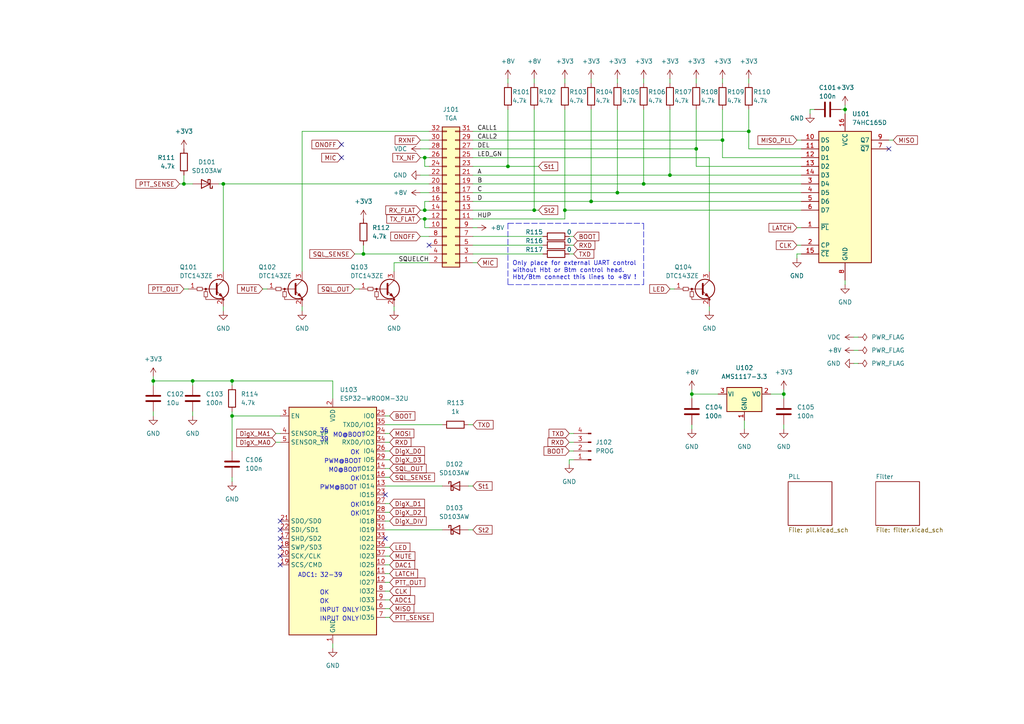
<source format=kicad_sch>
(kicad_sch (version 20211123) (generator eeschema)
  (paper "A4")
  (lib_symbols
    (symbol "74xx:74HC165"
      (property "Reference" "U" (at -7.62 19.05 0))
      (property "Value" "74HC165" (at -7.62 -21.59 0))
      (symbol "74HC165_1_0"
        (pin input line (at -12.7 -10.16 0) (length 5.08) (name "~{PL}") (number "1"))
        (pin input line (at -12.7 15.24 0) (length 5.08) (name "DS") (number "10"))
        (pin input line (at -12.7 12.7 0) (length 5.08) (name "D0") (number "11"))
        (pin input line (at -12.7 10.16 0) (length 5.08) (name "D1") (number "12"))
        (pin input line (at -12.7 7.62 0) (length 5.08) (name "D2") (number "13"))
        (pin input line (at -12.7 5.08 0) (length 5.08) (name "D3") (number "14"))
        (pin input line (at -12.7 -17.78 0) (length 5.08) (name "~{CE}") (number "15"))
        (pin power_in line (at 0 22.86 270) (length 5.08) (name "VCC") (number "16"))
        (pin input line (at -12.7 -15.24 0) (length 5.08) (name "CP") (number "2"))
        (pin input line (at -12.7 2.54 0) (length 5.08) (name "D4") (number "3"))
        (pin input line (at -12.7 0 0) (length 5.08) (name "D5") (number "4"))
        (pin input line (at -12.7 -2.54 0) (length 5.08) (name "D6") (number "5"))
        (pin input line (at -12.7 -5.08 0) (length 5.08) (name "D7") (number "6"))
        (pin output line (at 12.7 12.7 180) (length 5.08) (name "~{Q7}") (number "7"))
        (pin power_in line (at 0 -25.4 90) (length 5.08) (name "GND") (number "8"))
        (pin output line (at 12.7 15.24 180) (length 5.08) (name "Q7") (number "9"))
      )
      (symbol "74HC165_1_1"
        (rectangle (start -7.62 17.78) (end 7.62 -20.32) (stroke (width 0.254)) (fill (type background)))
      )
    )
    (symbol "Connector:Conn_01x04_Male" (pin_names (offset 1.016) hide)
      (property "Reference" "J" (at 0 5.08 0))
      (property "Value" "Conn_01x04_Male" (at 0 -7.62 0))
      (symbol "Conn_01x04_Male_1_1"
        (polyline (pts (xy 1.27 -5.08) (xy 0.8636 -5.08)) (stroke (width 0.1524)))
        (polyline (pts (xy 1.27 -2.54) (xy 0.8636 -2.54)) (stroke (width 0.1524)))
        (polyline (pts (xy 1.27 0) (xy 0.8636 0)) (stroke (width 0.1524)))
        (polyline (pts (xy 1.27 2.54) (xy 0.8636 2.54)) (stroke (width 0.1524)))
        (rectangle (start 0.8636 -4.953) (end 0 -5.207) (stroke (width 0.1524)) (fill (type outline)))
        (rectangle (start 0.8636 -2.413) (end 0 -2.667) (stroke (width 0.1524)) (fill (type outline)))
        (rectangle (start 0.8636 0.127) (end 0 -0.127) (stroke (width 0.1524)) (fill (type outline)))
        (rectangle (start 0.8636 2.667) (end 0 2.413) (stroke (width 0.1524)) (fill (type outline)))
        (pin passive line (at 5.08 2.54 180) (length 3.81) (name "Pin_1") (number "1"))
        (pin passive line (at 5.08 0 180) (length 3.81) (name "Pin_2") (number "2"))
        (pin passive line (at 5.08 -2.54 180) (length 3.81) (name "Pin_3") (number "3"))
        (pin passive line (at 5.08 -5.08 180) (length 3.81) (name "Pin_4") (number "4"))
      )
    )
    (symbol "Connector_Generic:Conn_02x16_Odd_Even" (pin_names (offset 1.016) hide)
      (property "Reference" "J" (at 1.27 20.32 0))
      (property "Value" "Conn_02x16_Odd_Even" (at 1.27 -22.86 0))
      (symbol "Conn_02x16_Odd_Even_1_1"
        (rectangle (start -1.27 -20.193) (end 0 -20.447) (stroke (width 0.1524)))
        (rectangle (start -1.27 -17.653) (end 0 -17.907) (stroke (width 0.1524)))
        (rectangle (start -1.27 -15.113) (end 0 -15.367) (stroke (width 0.1524)))
        (rectangle (start -1.27 -12.573) (end 0 -12.827) (stroke (width 0.1524)))
        (rectangle (start -1.27 -10.033) (end 0 -10.287) (stroke (width 0.1524)))
        (rectangle (start -1.27 -7.493) (end 0 -7.747) (stroke (width 0.1524)))
        (rectangle (start -1.27 -4.953) (end 0 -5.207) (stroke (width 0.1524)))
        (rectangle (start -1.27 -2.413) (end 0 -2.667) (stroke (width 0.1524)))
        (rectangle (start -1.27 0.127) (end 0 -0.127) (stroke (width 0.1524)))
        (rectangle (start -1.27 2.667) (end 0 2.413) (stroke (width 0.1524)))
        (rectangle (start -1.27 5.207) (end 0 4.953) (stroke (width 0.1524)))
        (rectangle (start -1.27 7.747) (end 0 7.493) (stroke (width 0.1524)))
        (rectangle (start -1.27 10.287) (end 0 10.033) (stroke (width 0.1524)))
        (rectangle (start -1.27 12.827) (end 0 12.573) (stroke (width 0.1524)))
        (rectangle (start -1.27 15.367) (end 0 15.113) (stroke (width 0.1524)))
        (rectangle (start -1.27 17.907) (end 0 17.653) (stroke (width 0.1524)))
        (rectangle (start -1.27 19.05) (end 3.81 -21.59) (stroke (width 0.254)) (fill (type background)))
        (rectangle (start 3.81 -20.193) (end 2.54 -20.447) (stroke (width 0.1524)))
        (rectangle (start 3.81 -17.653) (end 2.54 -17.907) (stroke (width 0.1524)))
        (rectangle (start 3.81 -15.113) (end 2.54 -15.367) (stroke (width 0.1524)))
        (rectangle (start 3.81 -12.573) (end 2.54 -12.827) (stroke (width 0.1524)))
        (rectangle (start 3.81 -10.033) (end 2.54 -10.287) (stroke (width 0.1524)))
        (rectangle (start 3.81 -7.493) (end 2.54 -7.747) (stroke (width 0.1524)))
        (rectangle (start 3.81 -4.953) (end 2.54 -5.207) (stroke (width 0.1524)))
        (rectangle (start 3.81 -2.413) (end 2.54 -2.667) (stroke (width 0.1524)))
        (rectangle (start 3.81 0.127) (end 2.54 -0.127) (stroke (width 0.1524)))
        (rectangle (start 3.81 2.667) (end 2.54 2.413) (stroke (width 0.1524)))
        (rectangle (start 3.81 5.207) (end 2.54 4.953) (stroke (width 0.1524)))
        (rectangle (start 3.81 7.747) (end 2.54 7.493) (stroke (width 0.1524)))
        (rectangle (start 3.81 10.287) (end 2.54 10.033) (stroke (width 0.1524)))
        (rectangle (start 3.81 12.827) (end 2.54 12.573) (stroke (width 0.1524)))
        (rectangle (start 3.81 15.367) (end 2.54 15.113) (stroke (width 0.1524)))
        (rectangle (start 3.81 17.907) (end 2.54 17.653) (stroke (width 0.1524)))
        (pin passive line (at -5.08 17.78 0) (length 3.81) (name "Pin_1") (number "1"))
        (pin passive line (at 7.62 7.62 180) (length 3.81) (name "Pin_10") (number "10"))
        (pin passive line (at -5.08 5.08 0) (length 3.81) (name "Pin_11") (number "11"))
        (pin passive line (at 7.62 5.08 180) (length 3.81) (name "Pin_12") (number "12"))
        (pin passive line (at -5.08 2.54 0) (length 3.81) (name "Pin_13") (number "13"))
        (pin passive line (at 7.62 2.54 180) (length 3.81) (name "Pin_14") (number "14"))
        (pin passive line (at -5.08 0 0) (length 3.81) (name "Pin_15") (number "15"))
        (pin passive line (at 7.62 0 180) (length 3.81) (name "Pin_16") (number "16"))
        (pin passive line (at -5.08 -2.54 0) (length 3.81) (name "Pin_17") (number "17"))
        (pin passive line (at 7.62 -2.54 180) (length 3.81) (name "Pin_18") (number "18"))
        (pin passive line (at -5.08 -5.08 0) (length 3.81) (name "Pin_19") (number "19"))
        (pin passive line (at 7.62 17.78 180) (length 3.81) (name "Pin_2") (number "2"))
        (pin passive line (at 7.62 -5.08 180) (length 3.81) (name "Pin_20") (number "20"))
        (pin passive line (at -5.08 -7.62 0) (length 3.81) (name "Pin_21") (number "21"))
        (pin passive line (at 7.62 -7.62 180) (length 3.81) (name "Pin_22") (number "22"))
        (pin passive line (at -5.08 -10.16 0) (length 3.81) (name "Pin_23") (number "23"))
        (pin passive line (at 7.62 -10.16 180) (length 3.81) (name "Pin_24") (number "24"))
        (pin passive line (at -5.08 -12.7 0) (length 3.81) (name "Pin_25") (number "25"))
        (pin passive line (at 7.62 -12.7 180) (length 3.81) (name "Pin_26") (number "26"))
        (pin passive line (at -5.08 -15.24 0) (length 3.81) (name "Pin_27") (number "27"))
        (pin passive line (at 7.62 -15.24 180) (length 3.81) (name "Pin_28") (number "28"))
        (pin passive line (at -5.08 -17.78 0) (length 3.81) (name "Pin_29") (number "29"))
        (pin passive line (at -5.08 15.24 0) (length 3.81) (name "Pin_3") (number "3"))
        (pin passive line (at 7.62 -17.78 180) (length 3.81) (name "Pin_30") (number "30"))
        (pin passive line (at -5.08 -20.32 0) (length 3.81) (name "Pin_31") (number "31"))
        (pin passive line (at 7.62 -20.32 180) (length 3.81) (name "Pin_32") (number "32"))
        (pin passive line (at 7.62 15.24 180) (length 3.81) (name "Pin_4") (number "4"))
        (pin passive line (at -5.08 12.7 0) (length 3.81) (name "Pin_5") (number "5"))
        (pin passive line (at 7.62 12.7 180) (length 3.81) (name "Pin_6") (number "6"))
        (pin passive line (at -5.08 10.16 0) (length 3.81) (name "Pin_7") (number "7"))
        (pin passive line (at 7.62 10.16 180) (length 3.81) (name "Pin_8") (number "8"))
        (pin passive line (at -5.08 7.62 0) (length 3.81) (name "Pin_9") (number "9"))
      )
    )
    (symbol "Device:C" (pin_numbers hide) (pin_names (offset 0.254))
      (property "Reference" "C" (at 0.635 2.54 0))
      (property "Value" "C" (at 0.635 -2.54 0))
      (symbol "C_0_1"
        (polyline (pts (xy -2.032 -0.762) (xy 2.032 -0.762)) (stroke (width 0.508)))
        (polyline (pts (xy -2.032 0.762) (xy 2.032 0.762)) (stroke (width 0.508)))
      )
      (symbol "C_1_1"
        (pin passive line (at 0 3.81 270) (length 2.794) (name "~") (number "1"))
        (pin passive line (at 0 -3.81 90) (length 2.794) (name "~") (number "2"))
      )
    )
    (symbol "Device:D_Schottky" (pin_numbers hide) (pin_names (offset 1.016) hide)
      (property "Reference" "D" (at 0 2.54 0))
      (property "Value" "D_Schottky" (at 0 -2.54 0))
      (symbol "D_Schottky_0_1"
        (polyline (pts (xy 1.27 0) (xy -1.27 0)))
        (polyline (pts (xy 1.27 1.27) (xy 1.27 -1.27) (xy -1.27 0) (xy 1.27 1.27)) (stroke (width 0.254)))
        (polyline (pts (xy -1.905 0.635) (xy -1.905 1.27) (xy -1.27 1.27) (xy -1.27 -1.27) (xy -0.635 -1.27) (xy -0.635 -0.635)) (stroke (width 0.254)))
      )
      (symbol "D_Schottky_1_1"
        (pin passive line (at -3.81 0 0) (length 2.54) (name "K") (number "1"))
        (pin passive line (at 3.81 0 180) (length 2.54) (name "A") (number "2"))
      )
    )
    (symbol "Device:Q_NPN_BEC_BRT" (pin_names hide)
      (property "Reference" "Q" (at 3.81 1.27 0))
      (property "Value" "Q_NPN_BEC_BRT" (at 3.81 -1.27 0))
      (symbol "Q_NPN_BEC_BRT_0_1"
        (rectangle (start -6.35 0.508) (end -4.826 -0.508))
        (rectangle (start -4.318 -2.286) (end -3.302 -0.762))
        (circle (center -3.81 0) (radius 0.254) (fill (type outline)))
        (polyline (pts (xy -3.81 -0.762) (xy -3.81 0)))
        (polyline (pts (xy -0.762 0) (xy -4.826 0)))
        (polyline (pts (xy -0.635 1.524) (xy -0.635 -1.524)) (stroke (width 0.508)))
        (polyline (pts (xy -3.81 -2.286) (xy -3.81 -3.048) (xy 1.27 -3.048)))
        (circle (center 1.27 -3.048) (radius 0.254) (fill (type outline)))
      )
      (symbol "Q_NPN_BEC_BRT_1_1"
        (polyline (pts (xy -0.635 0.635) (xy 1.27 2.54)))
        (polyline (pts (xy -0.635 -0.635) (xy 1.27 -2.54) (xy 1.27 -2.54)))
        (polyline (pts (xy 0 -1.778) (xy 0.508 -1.27) (xy 1.016 -2.286) (xy 0 -1.778) (xy 0 -1.778)) (fill (type outline)))
        (circle (center 0 0) (radius 2.8194) (stroke (width 0.254)))
        (pin input line (at -8.89 0 0) (length 2.54) (name "B") (number "1"))
        (pin passive line (at 1.27 -5.08 90) (length 2.54) (name "E") (number "2"))
        (pin passive line (at 1.27 5.08 270) (length 2.54) (name "C") (number "3"))
      )
    )
    (symbol "Device:R" (pin_numbers hide) (pin_names (offset 0))
      (property "Reference" "R" (at 2.032 0 90))
      (property "Value" "R" (at 0 0 90))
      (symbol "R_0_1"
        (rectangle (start -1.016 -2.54) (end 1.016 2.54) (stroke (width 0.254)))
      )
      (symbol "R_1_1"
        (pin passive line (at 0 3.81 270) (length 1.27) (name "~") (number "1"))
        (pin passive line (at 0 -3.81 90) (length 1.27) (name "~") (number "2"))
      )
    )
    (symbol "RF_Module:ESP32-WROOM-32U"
      (property "Reference" "U" (at -12.7 34.29 0))
      (property "Value" "ESP32-WROOM-32U" (at 1.27 34.29 0))
      (symbol "ESP32-WROOM-32U_0_1"
        (rectangle (start -12.7 33.02) (end 12.7 -33.02) (stroke (width 0.254)) (fill (type background)))
      )
      (symbol "ESP32-WROOM-32U_1_1"
        (pin power_in line (at 0 -35.56 90) (length 2.54) (name "GND") (number "1"))
        (pin bidirectional line (at 15.24 -12.7 180) (length 2.54) (name "IO25") (number "10"))
        (pin bidirectional line (at 15.24 -15.24 180) (length 2.54) (name "IO26") (number "11"))
        (pin bidirectional line (at 15.24 -17.78 180) (length 2.54) (name "IO27") (number "12"))
        (pin bidirectional line (at 15.24 10.16 180) (length 2.54) (name "IO14") (number "13"))
        (pin bidirectional line (at 15.24 15.24 180) (length 2.54) (name "IO12") (number "14"))
        (pin passive line (at 0 -35.56 90) (length 2.54) hide (name "GND") (number "15"))
        (pin bidirectional line (at 15.24 12.7 180) (length 2.54) (name "IO13") (number "16"))
        (pin bidirectional line (at -15.24 -5.08 0) (length 2.54) (name "SHD/SD2") (number "17"))
        (pin bidirectional line (at -15.24 -7.62 0) (length 2.54) (name "SWP/SD3") (number "18"))
        (pin bidirectional line (at -15.24 -12.7 0) (length 2.54) (name "SCS/CMD") (number "19"))
        (pin power_in line (at 0 35.56 270) (length 2.54) (name "VDD") (number "2"))
        (pin bidirectional line (at -15.24 -10.16 0) (length 2.54) (name "SCK/CLK") (number "20"))
        (pin bidirectional line (at -15.24 0 0) (length 2.54) (name "SDO/SD0") (number "21"))
        (pin bidirectional line (at -15.24 -2.54 0) (length 2.54) (name "SDI/SD1") (number "22"))
        (pin bidirectional line (at 15.24 7.62 180) (length 2.54) (name "IO15") (number "23"))
        (pin bidirectional line (at 15.24 25.4 180) (length 2.54) (name "IO2") (number "24"))
        (pin bidirectional line (at 15.24 30.48 180) (length 2.54) (name "IO0") (number "25"))
        (pin bidirectional line (at 15.24 20.32 180) (length 2.54) (name "IO4") (number "26"))
        (pin bidirectional line (at 15.24 5.08 180) (length 2.54) (name "IO16") (number "27"))
        (pin bidirectional line (at 15.24 2.54 180) (length 2.54) (name "IO17") (number "28"))
        (pin bidirectional line (at 15.24 17.78 180) (length 2.54) (name "IO5") (number "29"))
        (pin input line (at -15.24 30.48 0) (length 2.54) (name "EN") (number "3"))
        (pin bidirectional line (at 15.24 0 180) (length 2.54) (name "IO18") (number "30"))
        (pin bidirectional line (at 15.24 -2.54 180) (length 2.54) (name "IO19") (number "31"))
        (pin no_connect line (at -12.7 -27.94 0) (length 2.54) hide (name "NC") (number "32"))
        (pin bidirectional line (at 15.24 -5.08 180) (length 2.54) (name "IO21") (number "33"))
        (pin bidirectional line (at 15.24 22.86 180) (length 2.54) (name "RXD0/IO3") (number "34"))
        (pin bidirectional line (at 15.24 27.94 180) (length 2.54) (name "TXD0/IO1") (number "35"))
        (pin bidirectional line (at 15.24 -7.62 180) (length 2.54) (name "IO22") (number "36"))
        (pin bidirectional line (at 15.24 -10.16 180) (length 2.54) (name "IO23") (number "37"))
        (pin passive line (at 0 -35.56 90) (length 2.54) hide (name "GND") (number "38"))
        (pin passive line (at 0 -35.56 90) (length 2.54) hide (name "GND") (number "39"))
        (pin input line (at -15.24 25.4 0) (length 2.54) (name "SENSOR_VP") (number "4"))
        (pin input line (at -15.24 22.86 0) (length 2.54) (name "SENSOR_VN") (number "5"))
        (pin input line (at 15.24 -25.4 180) (length 2.54) (name "IO34") (number "6"))
        (pin input line (at 15.24 -27.94 180) (length 2.54) (name "IO35") (number "7"))
        (pin bidirectional line (at 15.24 -20.32 180) (length 2.54) (name "IO32") (number "8"))
        (pin bidirectional line (at 15.24 -22.86 180) (length 2.54) (name "IO33") (number "9"))
      )
    )
    (symbol "Regulator_Linear:AMS1117-3.3" (pin_names (offset 0.254))
      (property "Reference" "U" (at -3.81 3.175 0))
      (property "Value" "AMS1117-3.3" (at 0 3.175 0))
      (symbol "AMS1117-3.3_0_1"
        (rectangle (start -5.08 -5.08) (end 5.08 1.905) (stroke (width 0.254)) (fill (type background)))
      )
      (symbol "AMS1117-3.3_1_1"
        (pin power_in line (at 0 -7.62 90) (length 2.54) (name "GND") (number "1"))
        (pin power_out line (at 7.62 0 180) (length 2.54) (name "VO") (number "2"))
        (pin power_in line (at -7.62 0 0) (length 2.54) (name "VI") (number "3"))
      )
    )
    (symbol "power:+3.3V" (power) (pin_names (offset 0))
      (property "Value" "+3.3V" (at 0 3.556 0))
      (symbol "+3.3V_0_1"
        (polyline (pts (xy -0.762 1.27) (xy 0 2.54)))
        (polyline (pts (xy 0 0) (xy 0 2.54)))
        (polyline (pts (xy 0 2.54) (xy 0.762 1.27)))
      )
      (symbol "+3.3V_1_1"
        (pin power_in line (at 0 0 90) (length 0) hide (name "+3V3") (number "1"))
      )
    )
    (symbol "power:+8V" (power) (pin_names (offset 0))
      (property "Value" "+8V" (at 0 3.556 0))
      (symbol "+8V_0_1"
        (polyline (pts (xy -0.762 1.27) (xy 0 2.54)))
        (polyline (pts (xy 0 0) (xy 0 2.54)))
        (polyline (pts (xy 0 2.54) (xy 0.762 1.27)))
      )
      (symbol "+8V_1_1"
        (pin power_in line (at 0 0 90) (length 0) hide (name "+8V") (number "1"))
      )
    )
    (symbol "power:GND" (power) (pin_names (offset 0))
      (property "Value" "GND" (at 0 -3.81 0))
      (symbol "GND_0_1"
        (polyline (pts (xy 0 0) (xy 0 -1.27) (xy 1.27 -1.27) (xy 0 -2.54) (xy -1.27 -1.27) (xy 0 -1.27)))
      )
      (symbol "GND_1_1"
        (pin power_in line (at 0 0 270) (length 0) hide (name "GND") (number "1"))
      )
    )
    (symbol "power:PWR_FLAG" (power) (pin_numbers hide) (pin_names (offset 0) hide)
      (property "Value" "PWR_FLAG" (at 0 3.81 0))
      (symbol "PWR_FLAG_0_0"
        (pin power_out line (at 0 0 90) (length 0) (name "pwr") (number "1"))
      )
      (symbol "PWR_FLAG_0_1"
        (polyline (pts (xy 0 0) (xy 0 1.27) (xy -1.016 1.905) (xy 0 2.54) (xy 1.016 1.905) (xy 0 1.27)))
      )
    )
    (symbol "power:VDC" (power) (pin_names (offset 0))
      (property "Value" "VDC" (at 0 6.35 0))
      (symbol "VDC_0_1"
        (polyline (pts (xy -0.762 1.27) (xy 0 2.54)))
        (polyline (pts (xy 0 0) (xy 0 2.54)))
        (polyline (pts (xy 0 2.54) (xy 0.762 1.27)))
      )
      (symbol "VDC_1_1"
        (pin power_in line (at 0 0 90) (length 0) hide (name "VDC") (number "1"))
      )
    )
  )
  (junction (at 200.66 114.3))
  (junction (at 171.45 58.42))
  (junction (at 55.88 110.49))
  (junction (at 186.69 53.34))
  (junction (at 123.19 63.5))
  (junction (at 154.94 60.96))
  (junction (at 209.55 40.64))
  (junction (at 147.32 48.26))
  (junction (at 163.83 60.96))
  (junction (at 123.19 45.72))
  (junction (at 53.34 53.34))
  (junction (at 123.19 60.96))
  (junction (at 217.17 38.1))
  (junction (at 67.31 120.65))
  (junction (at 179.07 55.88))
  (junction (at 201.93 43.18))
  (junction (at 44.45 110.49))
  (junction (at 194.31 50.8))
  (junction (at 105.41 73.66))
  (junction (at 64.77 53.34))
  (junction (at 245.11 31.75))
  (junction (at 227.33 114.3))
  (junction (at 67.31 110.49))
  (no_connect (at 124.46 71.12))
  (no_connect (at 81.28 161.29))
  (no_connect (at 81.28 151.13))
  (no_connect (at 81.28 153.67))
  (no_connect (at 81.28 156.21))
  (no_connect (at 81.28 158.75))
  (no_connect (at 81.28 163.83))
  (no_connect (at 99.06 41.91))
  (no_connect (at 99.06 45.72))
  (no_connect (at 111.76 143.51))
  (no_connect (at 111.76 156.21))
  (no_connect (at 257.81 43.18))
  (wire (pts (xy 205.74 45.72) (xy 205.74 78.74)))
  (wire (pts (xy 64.77 88.9) (xy 64.77 90.17)))
  (wire (pts (xy 194.31 83.82) (xy 195.58 83.82)))
  (wire (pts (xy 163.83 60.96) (xy 163.83 63.5)))
  (wire (pts (xy 123.19 63.5) (xy 123.19 66.04)))
  (wire (pts (xy 227.33 114.3) (xy 227.33 115.57)))
  (wire (pts (xy 105.41 73.66) (xy 105.41 71.12)))
  (wire (pts (xy 111.76 120.65) (xy 113.03 120.65)))
  (wire (pts (xy 236.22 31.75) (xy 234.95 31.75)))
  (wire (pts (xy 113.03 179.07) (xy 111.76 179.07)))
  (polyline (pts (xy 147.32 82.55) (xy 186.69 82.55)))
  (wire (pts (xy 231.14 71.12) (xy 232.41 71.12)))
  (wire (pts (xy 113.03 138.43) (xy 111.76 138.43)))
  (wire (pts (xy 137.16 71.12) (xy 157.48 71.12)))
  (wire (pts (xy 123.19 60.96) (xy 124.46 60.96)))
  (wire (pts (xy 123.19 48.26) (xy 124.46 48.26)))
  (wire (pts (xy 137.16 53.34) (xy 186.69 53.34)))
  (wire (pts (xy 123.19 58.42) (xy 123.19 60.96)))
  (wire (pts (xy 87.63 88.9) (xy 87.63 90.17)))
  (wire (pts (xy 186.69 31.75) (xy 186.69 53.34)))
  (wire (pts (xy 194.31 31.75) (xy 194.31 50.8)))
  (wire (pts (xy 128.27 123.19) (xy 111.76 123.19)))
  (wire (pts (xy 217.17 31.75) (xy 217.17 38.1)))
  (wire (pts (xy 232.41 40.64) (xy 231.14 40.64)))
  (wire (pts (xy 96.52 115.57) (xy 96.52 110.49)))
  (wire (pts (xy 201.93 48.26) (xy 232.41 48.26)))
  (wire (pts (xy 201.93 31.75) (xy 201.93 43.18)))
  (wire (pts (xy 245.11 81.28) (xy 245.11 82.55)))
  (wire (pts (xy 67.31 138.43) (xy 67.31 139.7)))
  (wire (pts (xy 87.63 38.1) (xy 124.46 38.1)))
  (wire (pts (xy 114.3 76.2) (xy 114.3 78.74)))
  (wire (pts (xy 154.94 31.75) (xy 154.94 60.96)))
  (wire (pts (xy 80.01 125.73) (xy 81.28 125.73)))
  (wire (pts (xy 231.14 73.66) (xy 231.14 74.93)))
  (wire (pts (xy 113.03 146.05) (xy 111.76 146.05)))
  (wire (pts (xy 205.74 88.9) (xy 205.74 90.17)))
  (wire (pts (xy 171.45 58.42) (xy 232.41 58.42)))
  (wire (pts (xy 113.03 171.45) (xy 111.76 171.45)))
  (wire (pts (xy 217.17 43.18) (xy 232.41 43.18)))
  (wire (pts (xy 163.83 60.96) (xy 232.41 60.96)))
  (wire (pts (xy 194.31 22.86) (xy 194.31 24.13)))
  (wire (pts (xy 113.03 158.75) (xy 111.76 158.75)))
  (wire (pts (xy 147.32 48.26) (xy 156.21 48.26)))
  (wire (pts (xy 163.83 22.86) (xy 163.83 24.13)))
  (wire (pts (xy 76.2 83.82) (xy 77.47 83.82)))
  (wire (pts (xy 55.88 110.49) (xy 55.88 111.76)))
  (wire (pts (xy 121.92 63.5) (xy 123.19 63.5)))
  (wire (pts (xy 154.94 60.96) (xy 156.21 60.96)))
  (wire (pts (xy 231.14 73.66) (xy 232.41 73.66)))
  (wire (pts (xy 87.63 38.1) (xy 87.63 78.74)))
  (wire (pts (xy 166.37 68.58) (xy 165.1 68.58)))
  (wire (pts (xy 137.16 123.19) (xy 135.89 123.19)))
  (wire (pts (xy 113.03 168.91) (xy 111.76 168.91)))
  (wire (pts (xy 245.11 30.48) (xy 245.11 31.75)))
  (wire (pts (xy 123.19 66.04) (xy 124.46 66.04)))
  (wire (pts (xy 137.16 68.58) (xy 157.48 68.58)))
  (wire (pts (xy 137.16 60.96) (xy 154.94 60.96)))
  (wire (pts (xy 121.92 45.72) (xy 123.19 45.72)))
  (wire (pts (xy 234.95 31.75) (xy 234.95 33.02)))
  (wire (pts (xy 123.19 58.42) (xy 124.46 58.42)))
  (wire (pts (xy 121.92 68.58) (xy 124.46 68.58)))
  (wire (pts (xy 209.55 31.75) (xy 209.55 40.64)))
  (wire (pts (xy 223.52 114.3) (xy 227.33 114.3)))
  (polyline (pts (xy 186.69 82.55) (xy 186.69 64.77)))
  (wire (pts (xy 171.45 22.86) (xy 171.45 24.13)))
  (wire (pts (xy 53.34 83.82) (xy 54.61 83.82)))
  (wire (pts (xy 245.11 31.75) (xy 245.11 33.02)))
  (wire (pts (xy 227.33 113.03) (xy 227.33 114.3)))
  (wire (pts (xy 111.76 153.67) (xy 128.27 153.67)))
  (wire (pts (xy 113.03 130.81) (xy 111.76 130.81)))
  (wire (pts (xy 248.92 105.41) (xy 247.65 105.41)))
  (wire (pts (xy 201.93 22.86) (xy 201.93 24.13)))
  (wire (pts (xy 67.31 110.49) (xy 67.31 111.76)))
  (wire (pts (xy 67.31 119.38) (xy 67.31 120.65)))
  (wire (pts (xy 96.52 186.69) (xy 96.52 187.96)))
  (wire (pts (xy 123.19 45.72) (xy 123.19 48.26)))
  (wire (pts (xy 137.16 76.2) (xy 138.43 76.2)))
  (wire (pts (xy 55.88 119.38) (xy 55.88 120.65)))
  (wire (pts (xy 102.87 83.82) (xy 104.14 83.82)))
  (wire (pts (xy 201.93 43.18) (xy 201.93 48.26)))
  (wire (pts (xy 67.31 120.65) (xy 67.31 130.81)))
  (wire (pts (xy 166.37 73.66) (xy 165.1 73.66)))
  (wire (pts (xy 44.45 119.38) (xy 44.45 120.65)))
  (wire (pts (xy 113.03 176.53) (xy 111.76 176.53)))
  (wire (pts (xy 113.03 125.73) (xy 111.76 125.73)))
  (wire (pts (xy 121.92 50.8) (xy 124.46 50.8)))
  (wire (pts (xy 137.16 50.8) (xy 194.31 50.8)))
  (wire (pts (xy 257.81 40.64) (xy 259.08 40.64)))
  (wire (pts (xy 209.55 40.64) (xy 209.55 45.72)))
  (wire (pts (xy 44.45 110.49) (xy 55.88 110.49)))
  (wire (pts (xy 200.66 113.03) (xy 200.66 114.3)))
  (wire (pts (xy 137.16 63.5) (xy 163.83 63.5)))
  (wire (pts (xy 227.33 123.19) (xy 227.33 124.46)))
  (wire (pts (xy 121.92 40.64) (xy 124.46 40.64)))
  (wire (pts (xy 165.1 125.73) (xy 166.37 125.73)))
  (wire (pts (xy 179.07 31.75) (xy 179.07 55.88)))
  (wire (pts (xy 165.1 130.81) (xy 166.37 130.81)))
  (wire (pts (xy 53.34 53.34) (xy 55.88 53.34)))
  (wire (pts (xy 171.45 31.75) (xy 171.45 58.42)))
  (wire (pts (xy 217.17 38.1) (xy 217.17 43.18)))
  (wire (pts (xy 179.07 55.88) (xy 232.41 55.88)))
  (wire (pts (xy 166.37 133.35) (xy 165.1 133.35)))
  (wire (pts (xy 248.92 97.79) (xy 247.65 97.79)))
  (wire (pts (xy 137.16 43.18) (xy 201.93 43.18)))
  (wire (pts (xy 81.28 120.65) (xy 67.31 120.65)))
  (wire (pts (xy 186.69 53.34) (xy 232.41 53.34)))
  (wire (pts (xy 231.14 66.04) (xy 232.41 66.04)))
  (polyline (pts (xy 147.32 64.77) (xy 147.32 82.55)))
  (wire (pts (xy 217.17 22.86) (xy 217.17 24.13)))
  (wire (pts (xy 137.16 58.42) (xy 171.45 58.42)))
  (wire (pts (xy 113.03 166.37) (xy 111.76 166.37)))
  (wire (pts (xy 248.92 101.6) (xy 247.65 101.6)))
  (wire (pts (xy 64.77 53.34) (xy 64.77 78.74)))
  (wire (pts (xy 121.92 55.88) (xy 124.46 55.88)))
  (wire (pts (xy 105.41 73.66) (xy 124.46 73.66)))
  (wire (pts (xy 128.27 140.97) (xy 111.76 140.97)))
  (wire (pts (xy 137.16 38.1) (xy 217.17 38.1)))
  (wire (pts (xy 137.16 55.88) (xy 179.07 55.88)))
  (wire (pts (xy 137.16 45.72) (xy 205.74 45.72)))
  (wire (pts (xy 165.1 128.27) (xy 166.37 128.27)))
  (wire (pts (xy 137.16 66.04) (xy 138.43 66.04)))
  (wire (pts (xy 111.76 128.27) (xy 113.03 128.27)))
  (wire (pts (xy 53.34 50.8) (xy 53.34 53.34)))
  (wire (pts (xy 154.94 22.86) (xy 154.94 24.13)))
  (wire (pts (xy 113.03 135.89) (xy 111.76 135.89)))
  (polyline (pts (xy 147.32 64.77) (xy 186.69 64.77)))
  (wire (pts (xy 123.19 63.5) (xy 124.46 63.5)))
  (wire (pts (xy 114.3 88.9) (xy 114.3 90.17)))
  (wire (pts (xy 166.37 71.12) (xy 165.1 71.12)))
  (wire (pts (xy 44.45 111.76) (xy 44.45 110.49)))
  (wire (pts (xy 64.77 53.34) (xy 63.5 53.34)))
  (wire (pts (xy 135.89 153.67) (xy 137.16 153.67)))
  (wire (pts (xy 137.16 40.64) (xy 209.55 40.64)))
  (wire (pts (xy 113.03 133.35) (xy 111.76 133.35)))
  (wire (pts (xy 44.45 109.22) (xy 44.45 110.49)))
  (wire (pts (xy 64.77 53.34) (xy 124.46 53.34)))
  (wire (pts (xy 200.66 114.3) (xy 200.66 115.57)))
  (wire (pts (xy 113.03 161.29) (xy 111.76 161.29)))
  (wire (pts (xy 137.16 48.26) (xy 147.32 48.26)))
  (wire (pts (xy 194.31 50.8) (xy 232.41 50.8)))
  (wire (pts (xy 200.66 123.19) (xy 200.66 124.46)))
  (wire (pts (xy 102.87 73.66) (xy 105.41 73.66)))
  (wire (pts (xy 113.03 151.13) (xy 111.76 151.13)))
  (wire (pts (xy 209.55 22.86) (xy 209.55 24.13)))
  (wire (pts (xy 113.03 163.83) (xy 111.76 163.83)))
  (wire (pts (xy 137.16 73.66) (xy 157.48 73.66)))
  (wire (pts (xy 186.69 22.86) (xy 186.69 24.13)))
  (wire (pts (xy 243.84 31.75) (xy 245.11 31.75)))
  (wire (pts (xy 208.28 114.3) (xy 200.66 114.3)))
  (wire (pts (xy 52.07 53.34) (xy 53.34 53.34)))
  (wire (pts (xy 114.3 76.2) (xy 124.46 76.2)))
  (wire (pts (xy 163.83 31.75) (xy 163.83 60.96)))
  (wire (pts (xy 55.88 110.49) (xy 67.31 110.49)))
  (wire (pts (xy 147.32 22.86) (xy 147.32 24.13)))
  (wire (pts (xy 137.16 140.97) (xy 135.89 140.97)))
  (wire (pts (xy 179.07 22.86) (xy 179.07 24.13)))
  (wire (pts (xy 111.76 173.99) (xy 113.03 173.99)))
  (wire (pts (xy 80.01 128.27) (xy 81.28 128.27)))
  (wire (pts (xy 215.9 121.92) (xy 215.9 124.46)))
  (wire (pts (xy 113.03 148.59) (xy 111.76 148.59)))
  (wire (pts (xy 123.19 45.72) (xy 124.46 45.72)))
  (wire (pts (xy 96.52 110.49) (xy 67.31 110.49)))
  (wire (pts (xy 147.32 31.75) (xy 147.32 48.26)))
  (wire (pts (xy 209.55 45.72) (xy 232.41 45.72)))
  (wire (pts (xy 165.1 133.35) (xy 165.1 134.62)))
  (wire (pts (xy 121.92 60.96) (xy 123.19 60.96)))
  (wire (pts (xy 121.92 43.18) (xy 124.46 43.18)))
  (text "OK" (at 101.6 147.32 0) (effects (font (size 1.27 1.27)) (justify left bottom)))
  (text "OK" (at 101.6 132.08 0) (effects (font (size 1.27 1.27)) (justify left bottom)))
  (text "39" (at 92.71 128.27 0) (effects (font (size 1.27 1.27)) (justify left bottom)))
  (text "OK" (at 92.71 175.26 0) (effects (font (size 1.27 1.27)) (justify left bottom)))
  (text "ADC1: 32-39" (at 86.36 167.64 0) (effects (font (size 1.27 1.27)) (justify left bottom)))
  (text "M0@BOOT" (at 95.25 137.16 0) (effects (font (size 1.27 1.27)) (justify left bottom)))
  (text "M0@BOOT" (at 96.52 127 0) (effects (font (size 1.27 1.27)) (justify left bottom)))
  (text "INPUT ONLY" (at 92.71 180.34 0) (effects (font (size 1.27 1.27)) (justify left bottom)))
  (text "PWM@BOOT" (at 92.71 142.24 0) (effects (font (size 1.27 1.27)) (justify left bottom)))
  (text "OK" (at 101.6 149.86 0) (effects (font (size 1.27 1.27)) (justify left bottom)))
  (text "OK" (at 101.6 139.7 0) (effects (font (size 1.27 1.27)) (justify left bottom)))
  (text "INPUT ONLY" (at 92.71 177.8 0) (effects (font (size 1.27 1.27)) (justify left bottom)))
  (text "PWM@BOOT" (at 93.98 134.62 0) (effects (font (size 1.27 1.27)) (justify left bottom)))
  (text "36" (at 92.71 125.73 0) (effects (font (size 1.27 1.27)) (justify left bottom)))
  (text "Only place for external UART control\nwithout Hbt or Btm control head.\nHbt/Btm connect this lines to +8V !" (at 148.59 81.28 0) (effects (font (size 1.27 1.27)) (justify left bottom)))
  (text "OK" (at 92.71 172.72 0) (effects (font (size 1.27 1.27)) (justify left bottom)))
  (label "D" (at 138.43 58.42 0))
  (label "B" (at 138.43 53.34 0))
  (label "CALL1" (at 138.43 38.1 0))
  (label "DEL" (at 138.43 43.18 0))
  (label "A" (at 138.43 50.8 0))
  (label "HUP" (at 138.43 63.5 0))
  (label "SQUELCH" (at 115.57 76.2 0))
  (label "LED_GN" (at 138.43 45.72 0))
  (label "C" (at 138.43 55.88 0))
  (label "CALL2" (at 138.43 40.64 0))
  (global_label "DigX_D2" (shape input) (at 113.03 148.59 0) (property "Intersheet References" "${INTERSHEET_REFS}" (effects hide)))
  (global_label "TX_FLAT" (shape input) (at 121.92 63.5 180) (property "Intersheet References" "${INTERSHEET_REFS}" (effects hide)))
  (global_label "CLK" (shape input) (at 113.03 171.45 0) (property "Intersheet References" "${INTERSHEET_REFS}" (effects hide)))
  (global_label "LED" (shape input) (at 194.31 83.82 180) (property "Intersheet References" "${INTERSHEET_REFS}" (effects hide)))
  (global_label "LED" (shape input) (at 113.03 158.75 0) (property "Intersheet References" "${INTERSHEET_REFS}" (effects hide)))
  (global_label "SQL_SENSE" (shape input) (at 102.87 73.66 180) (property "Intersheet References" "${INTERSHEET_REFS}" (effects hide)))
  (global_label "SQL_OUT" (shape input) (at 113.03 135.89 0) (property "Intersheet References" "${INTERSHEET_REFS}" (effects hide)))
  (global_label "RXD" (shape input) (at 166.37 71.12 0) (property "Intersheet References" "${INTERSHEET_REFS}" (effects hide)))
  (global_label "St2" (shape input) (at 156.21 60.96 0) (property "Intersheet References" "${INTERSHEET_REFS}" (effects hide)))
  (global_label "MIC" (shape input) (at 99.06 45.72 180) (property "Intersheet References" "${INTERSHEET_REFS}" (effects hide)))
  (global_label "TX_NF" (shape input) (at 121.92 45.72 180) (property "Intersheet References" "${INTERSHEET_REFS}" (effects hide)))
  (global_label "MISO" (shape input) (at 259.08 40.64 0) (property "Intersheet References" "${INTERSHEET_REFS}" (effects hide)))
  (global_label "TXD" (shape input) (at 165.1 125.73 180) (property "Intersheet References" "${INTERSHEET_REFS}" (effects hide)))
  (global_label "DigX_D1" (shape input) (at 113.03 146.05 0) (property "Intersheet References" "${INTERSHEET_REFS}" (effects hide)))
  (global_label "PTT_OUT" (shape input) (at 113.03 168.91 0) (property "Intersheet References" "${INTERSHEET_REFS}" (effects hide)))
  (global_label "SQL_OUT" (shape input) (at 102.87 83.82 180) (property "Intersheet References" "${INTERSHEET_REFS}" (effects hide)))
  (global_label "BOOT" (shape input) (at 165.1 130.81 180) (property "Intersheet References" "${INTERSHEET_REFS}" (effects hide)))
  (global_label "MOSI" (shape input) (at 113.03 125.73 0) (property "Intersheet References" "${INTERSHEET_REFS}" (effects hide)))
  (global_label "LATCH" (shape input) (at 231.14 66.04 180) (property "Intersheet References" "${INTERSHEET_REFS}" (effects hide)))
  (global_label "RXD" (shape input) (at 113.03 128.27 0) (property "Intersheet References" "${INTERSHEET_REFS}" (effects hide)))
  (global_label "TXD" (shape input) (at 137.16 123.19 0) (property "Intersheet References" "${INTERSHEET_REFS}" (effects hide)))
  (global_label "LATCH" (shape input) (at 113.03 166.37 0) (property "Intersheet References" "${INTERSHEET_REFS}" (effects hide)))
  (global_label "ADC1" (shape input) (at 113.03 173.99 0) (property "Intersheet References" "${INTERSHEET_REFS}" (effects hide)))
  (global_label "RXNF" (shape input) (at 121.92 40.64 180) (property "Intersheet References" "${INTERSHEET_REFS}" (effects hide)))
  (global_label "PTT_SENSE" (shape input) (at 113.03 179.07 0) (property "Intersheet References" "${INTERSHEET_REFS}" (effects hide)))
  (global_label "ONOFF" (shape input) (at 99.06 41.91 180) (property "Intersheet References" "${INTERSHEET_REFS}" (effects hide)))
  (global_label "MISO" (shape input) (at 113.03 176.53 0) (property "Intersheet References" "${INTERSHEET_REFS}" (effects hide)))
  (global_label "BOOT" (shape input) (at 113.03 120.65 0) (property "Intersheet References" "${INTERSHEET_REFS}" (effects hide)))
  (global_label "DigX_D3" (shape input) (at 113.03 133.35 0) (property "Intersheet References" "${INTERSHEET_REFS}" (effects hide)))
  (global_label "DigX_MA0" (shape input) (at 80.01 128.27 180) (property "Intersheet References" "${INTERSHEET_REFS}" (effects hide)))
  (global_label "DAC1" (shape input) (at 113.03 163.83 0) (property "Intersheet References" "${INTERSHEET_REFS}" (effects hide)))
  (global_label "BOOT" (shape input) (at 166.37 68.58 0) (property "Intersheet References" "${INTERSHEET_REFS}" (effects hide)))
  (global_label "ONOFF" (shape input) (at 121.92 68.58 180) (property "Intersheet References" "${INTERSHEET_REFS}" (effects hide)))
  (global_label "TXD" (shape input) (at 166.37 73.66 0) (property "Intersheet References" "${INTERSHEET_REFS}" (effects hide)))
  (global_label "St1" (shape input) (at 137.16 140.97 0) (property "Intersheet References" "${INTERSHEET_REFS}" (effects hide)))
  (global_label "MUTE" (shape input) (at 113.03 161.29 0) (property "Intersheet References" "${INTERSHEET_REFS}" (effects hide)))
  (global_label "MIC" (shape input) (at 138.43 76.2 0) (property "Intersheet References" "${INTERSHEET_REFS}" (effects hide)))
  (global_label "CLK" (shape input) (at 231.14 71.12 180) (property "Intersheet References" "${INTERSHEET_REFS}" (effects hide)))
  (global_label "SQL_SENSE" (shape input) (at 113.03 138.43 0) (property "Intersheet References" "${INTERSHEET_REFS}" (effects hide)))
  (global_label "PTT_SENSE" (shape input) (at 52.07 53.34 180) (property "Intersheet References" "${INTERSHEET_REFS}" (effects hide)))
  (global_label "St1" (shape input) (at 156.21 48.26 0) (property "Intersheet References" "${INTERSHEET_REFS}" (effects hide)))
  (global_label "DigX_MA1" (shape input) (at 80.01 125.73 180) (property "Intersheet References" "${INTERSHEET_REFS}" (effects hide)))
  (global_label "MISO_PLL" (shape input) (at 231.14 40.64 180) (property "Intersheet References" "${INTERSHEET_REFS}" (effects hide)))
  (global_label "DigX_D0" (shape input) (at 113.03 130.81 0) (property "Intersheet References" "${INTERSHEET_REFS}" (effects hide)))
  (global_label "MUTE" (shape input) (at 76.2 83.82 180) (property "Intersheet References" "${INTERSHEET_REFS}" (effects hide)))
  (global_label "RXD" (shape input) (at 165.1 128.27 180) (property "Intersheet References" "${INTERSHEET_REFS}" (effects hide)))
  (global_label "PTT_OUT" (shape input) (at 53.34 83.82 180) (property "Intersheet References" "${INTERSHEET_REFS}" (effects hide)))
  (global_label "DigX_DIV" (shape input) (at 113.03 151.13 0) (property "Intersheet References" "${INTERSHEET_REFS}" (effects hide)))
  (global_label "RX_FLAT" (shape input) (at 121.92 60.96 180) (property "Intersheet References" "${INTERSHEET_REFS}" (effects hide)))
  (global_label "St2" (shape input) (at 137.16 153.67 0) (property "Intersheet References" "${INTERSHEET_REFS}" (effects hide)))
  (symbol (lib_id "Device:C") (at 227.33 119.38 0) (unit 1)
    (property "Reference" "C105" (at 231.14 118.1099 0) (effects (justify left)))
    (property "Value" "100n" (at 231.14 120.6499 0) (effects (justify left)))
    (property "Footprint" "Capacitor_SMD:C_0603_1608Metric" (effects hide))
  )
  (symbol (lib_id "Device:D_Schottky") (at 132.08 140.97 0) (unit 1)
    (property "Reference" "D102" (at 131.7625 134.62 0))
    (property "Value" "SD103AW" (at 131.7625 137.16 0))
    (property "Footprint" "Diode_SMD:D_SOD-123" (effects hide))
    (property "Datasheet" "https://datasheet.lcsc.com/lcsc/1809211428_Guangdong-Hottech-SD103AW_C181204.pdf" (effects hide))
    (property "LCSC" "C181204" (effects hide))
  )
  (symbol (lib_id "power:GND") (at 114.3 90.17 0) (unit 1)
    (property "Reference" "#PWR0123" (effects hide))
    (property "Value" "GND" (at 114.3 95.25 0))
  )
  (symbol (lib_id "Device:C") (at 55.88 115.57 0) (unit 1)
    (property "Reference" "C103" (at 59.69 114.2999 0) (effects (justify left)))
    (property "Value" "100n" (at 59.69 116.8399 0) (effects (justify left)))
    (property "Footprint" "Capacitor_SMD:C_0603_1608Metric" (effects hide))
  )
  (symbol (lib_id "power:+3.3V") (at 186.69 22.86 0) (unit 1)
    (property "Reference" "#PWR0105" (effects hide))
    (property "Value" "+3.3V" (at 186.69 17.78 0))
  )
  (symbol (lib_id "power:+3.3V") (at 105.41 63.5 0) (unit 1)
    (property "Reference" "#PWR0117" (effects hide))
    (property "Value" "+3.3V" (at 105.41 58.42 0))
  )
  (symbol (lib_id "power:+3.3V") (at 163.83 22.86 0) (unit 1)
    (property "Reference" "#PWR0103" (effects hide))
    (property "Value" "+3.3V" (at 163.83 17.78 0))
  )
  (symbol (lib_id "power:PWR_FLAG") (at 248.92 105.41 270) (unit 1)
    (property "Reference" "#FLG0103" (effects hide))
    (property "Value" "PWR_FLAG" (at 252.73 105.4099 90) (effects (justify left)))
  )
  (symbol (lib_id "power:+3.3V") (at 209.55 22.86 0) (unit 1)
    (property "Reference" "#PWR0108" (effects hide))
    (property "Value" "+3.3V" (at 209.55 17.78 0))
  )
  (symbol (lib_id "Device:R") (at 171.45 27.94 0) (unit 1)
    (property "Reference" "R104" (at 172.72 26.67 0) (effects (justify left)))
    (property "Value" "4.7k" (at 172.72 29.21 0) (effects (justify left)))
    (property "Footprint" "Resistor_SMD:R_0603_1608Metric" (effects hide))
  )
  (symbol (lib_id "74xx:74HC165") (at 245.11 55.88 0) (unit 1)
    (property "Reference" "U101" (at 247.1294 33.02 0) (effects (justify left)))
    (property "Value" "74HC165D" (at 247.1294 35.56 0) (effects (justify left)))
    (property "Footprint" "Package_SO:SOIC-16_3.9x9.9mm_P1.27mm" (effects hide))
    (property "Datasheet" "https://datasheet.lcsc.com/lcsc/1811021715_Nexperia-74HC165D-653_C5613.pdf" (effects hide))
    (property "LCSC" "C5613" (effects hide))
  )
  (symbol (lib_id "power:+3.3V") (at 171.45 22.86 0) (unit 1)
    (property "Reference" "#PWR0109" (effects hide))
    (property "Value" "+3.3V" (at 171.45 17.78 0))
  )
  (symbol (lib_id "Device:R") (at 201.93 27.94 0) (unit 1)
    (property "Reference" "R108" (at 203.2 26.67 0) (effects (justify left)))
    (property "Value" "4.7k" (at 203.2 29.21 0) (effects (justify left)))
    (property "Footprint" "Resistor_SMD:R_0603_1608Metric" (effects hide))
  )
  (symbol (lib_id "power:+8V") (at 121.92 55.88 90) (unit 1)
    (property "Reference" "#PWR0116" (effects hide))
    (property "Value" "+8V" (at 118.11 55.8799 90) (effects (justify left)))
  )
  (symbol (lib_id "power:+3.3V") (at 53.34 43.18 0) (unit 1)
    (property "Reference" "#PWR0113" (effects hide))
    (property "Value" "+3.3V" (at 53.34 38.1 0))
  )
  (symbol (lib_id "Device:R") (at 154.94 27.94 0) (unit 1)
    (property "Reference" "R102" (at 156.21 26.67 0) (effects (justify left)))
    (property "Value" "4.7k" (at 156.21 29.21 0) (effects (justify left)))
    (property "Footprint" "Resistor_SMD:R_0603_1608Metric" (effects hide))
  )
  (symbol (lib_id "power:+3.3V") (at 179.07 22.86 0) (unit 1)
    (property "Reference" "#PWR0110" (effects hide))
    (property "Value" "+3.3V" (at 179.07 17.78 0))
  )
  (symbol (lib_id "Device:R") (at 179.07 27.94 0) (unit 1)
    (property "Reference" "R105" (at 180.34 26.67 0) (effects (justify left)))
    (property "Value" "4.7k" (at 180.34 29.21 0) (effects (justify left)))
    (property "Footprint" "Resistor_SMD:R_0603_1608Metric" (effects hide))
  )
  (symbol (lib_id "power:+8V") (at 200.66 113.03 0) (unit 1)
    (property "Reference" "#PWR0126" (effects hide))
    (property "Value" "+8V" (at 200.66 107.95 0))
  )
  (symbol (lib_id "Device:C") (at 67.31 134.62 0) (unit 1)
    (property "Reference" "C106" (at 71.12 133.3499 0) (effects (justify left)))
    (property "Value" "100n" (at 71.12 135.8899 0) (effects (justify left)))
    (property "Footprint" "Capacitor_SMD:C_0603_1608Metric" (effects hide))
  )
  (symbol (lib_id "power:+3.3V") (at 217.17 22.86 0) (unit 1)
    (property "Reference" "#PWR0106" (effects hide))
    (property "Value" "+3.3V" (at 217.17 17.78 0))
  )
  (symbol (lib_id "power:+3.3V") (at 201.93 22.86 0) (unit 1)
    (property "Reference" "#PWR0107" (effects hide))
    (property "Value" "+3.3V" (at 201.93 17.78 0))
  )
  (symbol (lib_id "Device:R") (at 161.29 71.12 90) (unit 1)
    (property "Reference" "R116" (at 154.94 69.85 90))
    (property "Value" "0" (at 165.1 69.85 90))
    (property "Footprint" "Resistor_SMD:R_0603_1608Metric" (effects hide))
    (property "LCSC" "C100044" (effects hide))
  )
  (symbol (lib_id "power:GND") (at 231.14 74.93 0) (unit 1)
    (property "Reference" "#PWR0119" (effects hide))
    (property "Value" "GND" (at 231.14 80.01 0))
  )
  (symbol (lib_id "power:VDC") (at 247.65 97.79 90) (unit 1)
    (property "Reference" "#PWR0138" (effects hide))
    (property "Value" "VDC" (at 243.84 97.7899 90) (effects (justify left)))
  )
  (symbol (lib_id "power:GND") (at 44.45 120.65 0) (unit 1)
    (property "Reference" "#PWR0128" (effects hide))
    (property "Value" "GND" (at 44.45 125.73 0))
  )
  (symbol (lib_id "Device:Q_NPN_BEC_BRT") (at 63.5 83.82 0) (unit 1)
    (property "Reference" "Q101" (at 52.07 77.47 0) (effects (justify left)))
    (property "Value" "DTC143ZE" (at 52.07 80.01 0) (effects (justify left)))
    (property "Footprint" "Package_TO_SOT_SMD:SOT-523" (effects hide))
    (property "Datasheet" "https://datasheet.lcsc.com/lcsc/1811071607_Tak-Cheong-DTC143ZE_C248787.pdf" (effects hide))
    (property "LCSC" "C248787" (effects hide))
  )
  (symbol (lib_id "power:GND") (at 227.33 124.46 0) (unit 1)
    (property "Reference" "#PWR0132" (effects hide))
    (property "Value" "GND" (at 227.33 129.54 0))
  )
  (symbol (lib_id "power:+8V") (at 247.65 101.6 90) (unit 1)
    (property "Reference" "#PWR0137" (effects hide))
    (property "Value" "+8V" (at 240.03 101.6 90) (effects (justify right)))
  )
  (symbol (lib_id "power:GND") (at 96.52 187.96 0) (unit 1)
    (property "Reference" "#PWR0134" (effects hide))
    (property "Value" "GND" (at 96.52 193.04 0))
  )
  (symbol (lib_id "power:GND") (at 67.31 139.7 0) (unit 1)
    (property "Reference" "#PWR0133" (effects hide))
    (property "Value" "GND" (at 67.31 144.78 0))
  )
  (symbol (lib_id "Device:Q_NPN_BEC_BRT") (at 204.47 83.82 0) (unit 1)
    (property "Reference" "Q104" (at 195.58 77.47 0) (effects (justify left)))
    (property "Value" "DTC143ZE" (at 193.04 80.01 0) (effects (justify left)))
    (property "Footprint" "Package_TO_SOT_SMD:SOT-523" (effects hide))
    (property "Datasheet" "https://datasheet.lcsc.com/lcsc/1811071607_Tak-Cheong-DTC143ZE_C248787.pdf" (effects hide))
    (property "LCSC" "C248787" (effects hide))
  )
  (symbol (lib_id "Device:R") (at 132.08 123.19 90) (unit 1)
    (property "Reference" "R113" (at 132.08 116.84 90))
    (property "Value" "1k" (at 132.08 119.38 90))
    (property "Footprint" "Resistor_SMD:R_0603_1608Metric" (effects hide))
  )
  (symbol (lib_id "Device:R") (at 209.55 27.94 0) (unit 1)
    (property "Reference" "R109" (at 210.82 26.67 0) (effects (justify left)))
    (property "Value" "4.7k" (at 210.82 29.21 0) (effects (justify left)))
    (property "Footprint" "Resistor_SMD:R_0603_1608Metric" (effects hide))
  )
  (symbol (lib_id "power:+3.3V") (at 194.31 22.86 0) (unit 1)
    (property "Reference" "#PWR0104" (effects hide))
    (property "Value" "+3.3V" (at 194.31 17.78 0))
  )
  (symbol (lib_id "Connector:Conn_01x04_Male") (at 171.45 130.81 180) (unit 1)
    (property "Reference" "J102" (at 172.72 128.2699 0) (effects (justify right)))
    (property "Value" "PROG" (at 172.72 130.8099 0) (effects (justify right)))
    (property "Footprint" "Connector_PinHeader_2.54mm:PinHeader_1x04_P2.54mm_Horizontal" (effects hide))
  )
  (symbol (lib_id "Device:Q_NPN_BEC_BRT") (at 113.03 83.82 0) (unit 1)
    (property "Reference" "Q103" (at 101.6 77.47 0) (effects (justify left)))
    (property "Value" "DTC143ZE" (at 101.6 80.01 0) (effects (justify left)))
    (property "Footprint" "Package_TO_SOT_SMD:SOT-523" (effects hide))
    (property "Datasheet" "https://datasheet.lcsc.com/lcsc/1811071607_Tak-Cheong-DTC143ZE_C248787.pdf" (effects hide))
    (property "LCSC" "C248787" (effects hide))
  )
  (symbol (lib_id "power:GND") (at 64.77 90.17 0) (unit 1)
    (property "Reference" "#PWR0121" (effects hide))
    (property "Value" "GND" (at 64.77 95.25 0))
  )
  (symbol (lib_id "Device:C") (at 200.66 119.38 0) (unit 1)
    (property "Reference" "C104" (at 204.47 118.1099 0) (effects (justify left)))
    (property "Value" "100n" (at 204.47 120.6499 0) (effects (justify left)))
    (property "Footprint" "Capacitor_SMD:C_0603_1608Metric" (effects hide))
  )
  (symbol (lib_id "power:GND") (at 245.11 82.55 0) (unit 1)
    (property "Reference" "#PWR0120" (effects hide))
    (property "Value" "GND" (at 245.11 87.63 0))
  )
  (symbol (lib_id "Device:R") (at 163.83 27.94 0) (unit 1)
    (property "Reference" "R103" (at 165.1 26.67 0) (effects (justify left)))
    (property "Value" "4.7k" (at 165.1 29.21 0) (effects (justify left)))
    (property "Footprint" "Resistor_SMD:R_0603_1608Metric" (effects hide))
  )
  (symbol (lib_id "power:+3.3V") (at 245.11 30.48 0) (unit 1)
    (property "Reference" "#PWR0111" (effects hide))
    (property "Value" "+3.3V" (at 245.11 25.4 0))
  )
  (symbol (lib_id "power:+8V") (at 154.94 22.86 0) (unit 1)
    (property "Reference" "#PWR0102" (effects hide))
    (property "Value" "+8V" (at 154.94 17.78 0))
  )
  (symbol (lib_id "power:+3.3V") (at 44.45 109.22 0) (unit 1)
    (property "Reference" "#PWR0125" (effects hide))
    (property "Value" "+3.3V" (at 44.45 104.14 0))
  )
  (symbol (lib_id "Device:D_Schottky") (at 59.69 53.34 180) (unit 1)
    (property "Reference" "D101" (at 60.0075 46.99 0))
    (property "Value" "SD103AW" (at 60.0075 49.53 0))
    (property "Footprint" "Diode_SMD:D_SOD-123" (effects hide))
    (property "Datasheet" "https://datasheet.lcsc.com/lcsc/1809211428_Guangdong-Hottech-SD103AW_C181204.pdf" (effects hide))
    (property "LCSC" "C181204" (effects hide))
  )
  (symbol (lib_id "power:GND") (at 55.88 120.65 0) (unit 1)
    (property "Reference" "#PWR0129" (effects hide))
    (property "Value" "GND" (at 55.88 125.73 0))
  )
  (symbol (lib_id "Device:R") (at 147.32 27.94 0) (unit 1)
    (property "Reference" "R101" (at 148.59 26.67 0) (effects (justify left)))
    (property "Value" "4.7k" (at 148.59 29.21 0) (effects (justify left)))
    (property "Footprint" "Resistor_SMD:R_0603_1608Metric" (effects hide))
  )
  (symbol (lib_id "Device:R") (at 194.31 27.94 0) (unit 1)
    (property "Reference" "R107" (at 195.58 26.67 0) (effects (justify left)))
    (property "Value" "4.7k" (at 195.58 29.21 0) (effects (justify left)))
    (property "Footprint" "Resistor_SMD:R_0603_1608Metric" (effects hide))
  )
  (symbol (lib_id "Device:R") (at 161.29 68.58 90) (unit 1)
    (property "Reference" "R115" (at 154.94 67.31 90))
    (property "Value" "0" (at 165.1 67.31 90))
    (property "Footprint" "Resistor_SMD:R_0603_1608Metric" (effects hide))
    (property "LCSC" "C100044" (effects hide))
  )
  (symbol (lib_id "Device:C") (at 44.45 115.57 0) (unit 1)
    (property "Reference" "C102" (at 48.26 114.2999 0) (effects (justify left)))
    (property "Value" "10u" (at 48.26 116.8399 0) (effects (justify left)))
    (property "Footprint" "Capacitor_SMD:C_0603_1608Metric" (effects hide))
  )
  (symbol (lib_id "Device:C") (at 240.03 31.75 90) (unit 1)
    (property "Reference" "C101" (at 240.03 25.4 90))
    (property "Value" "100n" (at 240.03 27.94 90))
    (property "Footprint" "Capacitor_SMD:C_0603_1608Metric" (effects hide))
  )
  (symbol (lib_id "power:GND") (at 200.66 124.46 0) (unit 1)
    (property "Reference" "#PWR0130" (effects hide))
    (property "Value" "GND" (at 200.66 129.54 0))
  )
  (symbol (lib_id "power:GND") (at 205.74 90.17 0) (unit 1)
    (property "Reference" "#PWR0124" (effects hide))
    (property "Value" "GND" (at 205.74 95.25 0))
  )
  (symbol (lib_id "power:GND") (at 215.9 124.46 0) (unit 1)
    (property "Reference" "#PWR0131" (effects hide))
    (property "Value" "GND" (at 215.9 129.54 0))
  )
  (symbol (lib_id "power:+8V") (at 138.43 66.04 270) (unit 1)
    (property "Reference" "#PWR0118" (effects hide))
    (property "Value" "+8V" (at 142.24 66.04 90) (effects (justify left)))
  )
  (symbol (lib_id "power:PWR_FLAG") (at 248.92 101.6 270) (unit 1)
    (property "Reference" "#FLG0101" (effects hide))
    (property "Value" "PWR_FLAG" (at 252.73 101.5999 90) (effects (justify left)))
  )
  (symbol (lib_id "Device:D_Schottky") (at 132.08 153.67 0) (unit 1)
    (property "Reference" "D103" (at 131.7625 147.32 0))
    (property "Value" "SD103AW" (at 131.7625 149.86 0))
    (property "Footprint" "Diode_SMD:D_SOD-123" (effects hide))
    (property "Datasheet" "https://datasheet.lcsc.com/lcsc/1809211428_Guangdong-Hottech-SD103AW_C181204.pdf" (effects hide))
    (property "LCSC" "C181204" (effects hide))
  )
  (symbol (lib_id "power:+8V") (at 147.32 22.86 0) (unit 1)
    (property "Reference" "#PWR0101" (effects hide))
    (property "Value" "+8V" (at 147.32 17.78 0))
  )
  (symbol (lib_id "Device:R") (at 161.29 73.66 90) (unit 1)
    (property "Reference" "R117" (at 154.94 72.39 90))
    (property "Value" "0" (at 165.1 72.39 90))
    (property "Footprint" "Resistor_SMD:R_0603_1608Metric" (effects hide))
    (property "LCSC" "C100044" (effects hide))
  )
  (symbol (lib_id "Device:R") (at 217.17 27.94 0) (unit 1)
    (property "Reference" "R110" (at 218.44 26.67 0) (effects (justify left)))
    (property "Value" "4.7k" (at 218.44 29.21 0) (effects (justify left)))
    (property "Footprint" "Resistor_SMD:R_0603_1608Metric" (effects hide))
  )
  (symbol (lib_id "power:VDC") (at 121.92 43.18 90) (unit 1)
    (property "Reference" "#PWR0114" (effects hide))
    (property "Value" "VDC" (at 118.11 43.1799 90) (effects (justify left)))
  )
  (symbol (lib_id "Device:R") (at 67.31 115.57 0) (unit 1)
    (property "Reference" "R114" (at 69.85 114.2999 0) (effects (justify left)))
    (property "Value" "4.7k" (at 69.85 116.8399 0) (effects (justify left)))
    (property "Footprint" "Resistor_SMD:R_0603_1608Metric" (effects hide))
  )
  (symbol (lib_id "power:PWR_FLAG") (at 248.92 97.79 270) (unit 1)
    (property "Reference" "#FLG0102" (effects hide))
    (property "Value" "PWR_FLAG" (at 252.73 97.7899 90) (effects (justify left)))
  )
  (symbol (lib_id "RF_Module:ESP32-WROOM-32U") (at 96.52 151.13 0) (unit 1)
    (property "Reference" "U103" (at 98.5394 113.03 0) (effects (justify left)))
    (property "Value" "ESP32-WROOM-32U" (at 98.5394 115.57 0) (effects (justify left)))
    (property "Footprint" "RF_Module:ESP32-WROOM-32U" (effects hide))
    (property "Datasheet" "https://www.espressif.com/sites/default/files/documentation/esp32-wroom-32d_esp32-wroom-32u_datasheet_en.pdf" (effects hide))
  )
  (symbol (lib_id "Device:R") (at 105.41 67.31 0) (unit 1)
    (property "Reference" "R112" (at 107.95 66.0399 0) (effects (justify left)))
    (property "Value" "4.7k" (at 107.95 68.5799 0) (effects (justify left)))
    (property "Footprint" "Resistor_SMD:R_0603_1608Metric" (effects hide))
  )
  (symbol (lib_id "power:GND") (at 234.95 33.02 0) (unit 1)
    (property "Reference" "#PWR0112" (effects hide))
    (property "Value" "GND" (at 231.14 34.29 0))
  )
  (symbol (lib_id "Device:Q_NPN_BEC_BRT") (at 86.36 83.82 0) (unit 1)
    (property "Reference" "Q102" (at 74.93 77.47 0) (effects (justify left)))
    (property "Value" "DTC143ZE" (at 74.93 80.01 0) (effects (justify left)))
    (property "Footprint" "Package_TO_SOT_SMD:SOT-523" (effects hide))
    (property "Datasheet" "https://datasheet.lcsc.com/lcsc/1811071607_Tak-Cheong-DTC143ZE_C248787.pdf" (effects hide))
    (property "LCSC" "C248787" (effects hide))
  )
  (symbol (lib_id "power:GND") (at 165.1 134.62 0) (unit 1)
    (property "Reference" "#PWR0140" (effects hide))
    (property "Value" "GND" (at 165.1 139.7 0))
  )
  (symbol (lib_id "Device:R") (at 186.69 27.94 0) (unit 1)
    (property "Reference" "R106" (at 187.96 26.67 0) (effects (justify left)))
    (property "Value" "4.7k" (at 187.96 29.21 0) (effects (justify left)))
    (property "Footprint" "Resistor_SMD:R_0603_1608Metric" (effects hide))
  )
  (symbol (lib_id "power:GND") (at 87.63 90.17 0) (unit 1)
    (property "Reference" "#PWR0122" (effects hide))
    (property "Value" "GND" (at 87.63 95.25 0))
  )
  (symbol (lib_id "power:GND") (at 121.92 50.8 270) (unit 1)
    (property "Reference" "#PWR0115" (effects hide))
    (property "Value" "GND" (at 118.11 50.7999 90) (effects (justify right)))
  )
  (symbol (lib_id "Device:R") (at 53.34 46.99 0) (unit 1)
    (property "Reference" "R111" (at 50.8 45.7199 0) (effects (justify right)))
    (property "Value" "4.7k" (at 50.8 48.2599 0) (effects (justify right)))
    (property "Footprint" "Resistor_SMD:R_0603_1608Metric" (effects hide))
  )
  (symbol (lib_id "power:+3.3V") (at 227.33 113.03 0) (unit 1)
    (property "Reference" "#PWR0127" (effects hide))
    (property "Value" "+3.3V" (at 227.33 107.95 0))
  )
  (symbol (lib_id "Regulator_Linear:AMS1117-3.3") (at 215.9 114.3 0) (unit 1)
    (property "Reference" "U102" (at 215.9 106.68 0))
    (property "Value" "AMS1117-3.3" (at 215.9 109.22 0))
    (property "Footprint" "Package_TO_SOT_SMD:SOT-223-3_TabPin2" (effects hide))
    (property "Datasheet" "http://www.advanced-monolithic.com/pdf/ds1117.pdf" (effects hide))
  )
  (symbol (lib_id "power:GND") (at 247.65 105.41 270) (unit 1)
    (property "Reference" "#PWR0139" (effects hide))
    (property "Value" "GND" (at 243.84 105.41 90) (effects (justify right)))
  )
  (symbol (lib_id "Connector_Generic:Conn_02x16_Odd_Even") (at 132.08 58.42 180) (unit 1)
    (property "Reference" "J101" (at 130.81 31.75 0))
    (property "Value" "TGA" (at 130.81 34.29 0))
    (property "Footprint" "Connector_PinSocket_2.54mm:PinSocket_2x16_P2.54mm_Vertical" (effects hide))
    (property "Datasheet" "https://datasheet.lcsc.com/lcsc/1810221913_Ckmtw-Shenzhen-Cankemeng-S108500004_C115248.pdf" (effects hide))
    (property "LCSC" "C115248" (effects hide))
  )
  (sheet (at 254 139.7) (size 12.7 12.7) (stroke (width 0.1524))
    (property "Sheet name" "Filter" (at 254 138.9884 0) (effects (justify left bottom)))
    (property "Sheet file" "filter.kicad_sch" (at 254 152.9846 0) (effects (justify left top)))
  )
  (sheet (at 228.6 139.7) (size 12.7 12.7) (stroke (width 0.1524))
    (property "Sheet name" "PLL" (at 228.6 138.9884 0) (effects (justify left bottom)))
    (property "Sheet file" "pll.kicad_sch" (at 228.6 152.9846 0) (effects (justify left top)))
  )
)
</source>
